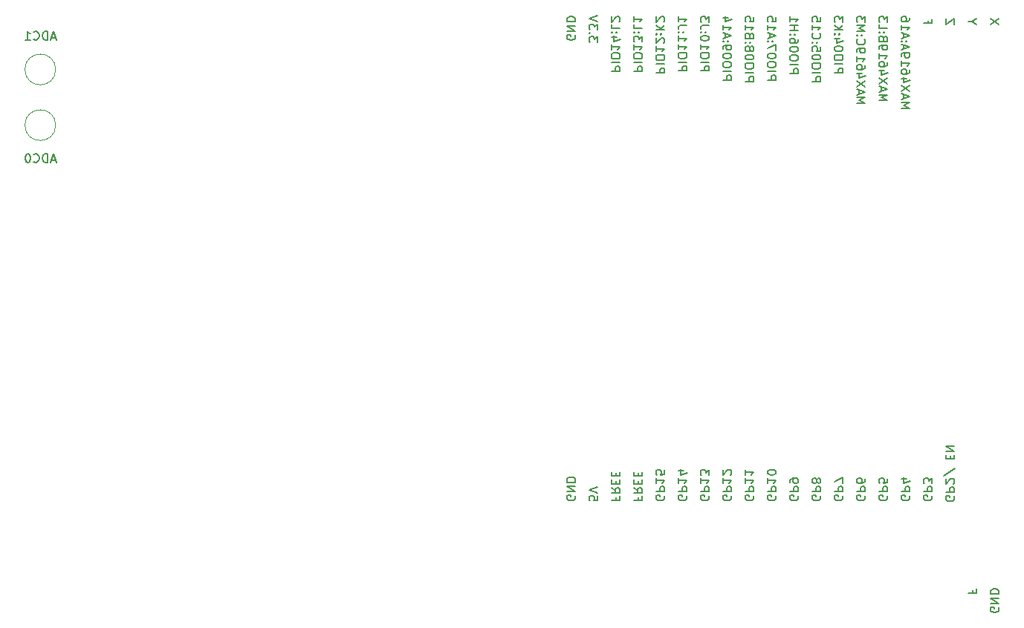
<source format=gbr>
%TF.GenerationSoftware,KiCad,Pcbnew,(6.0.5)*%
%TF.CreationDate,2022-07-21T21:10:46+10:00*%
%TF.ProjectId,glitcher,676c6974-6368-4657-922e-6b696361645f,rev?*%
%TF.SameCoordinates,Original*%
%TF.FileFunction,Legend,Bot*%
%TF.FilePolarity,Positive*%
%FSLAX46Y46*%
G04 Gerber Fmt 4.6, Leading zero omitted, Abs format (unit mm)*
G04 Created by KiCad (PCBNEW (6.0.5)) date 2022-07-21 21:10:46*
%MOMM*%
%LPD*%
G01*
G04 APERTURE LIST*
%ADD10C,0.150000*%
%ADD11C,0.120000*%
G04 APERTURE END LIST*
D10*
X193005714Y-108295713D02*
X193053333Y-108390951D01*
X193053333Y-108533808D01*
X193005714Y-108676666D01*
X192910475Y-108771904D01*
X192815237Y-108819523D01*
X192624761Y-108867142D01*
X192481904Y-108867142D01*
X192291428Y-108819523D01*
X192196190Y-108771904D01*
X192100952Y-108676666D01*
X192053333Y-108533808D01*
X192053333Y-108438570D01*
X192100952Y-108295713D01*
X192148571Y-108248094D01*
X192481904Y-108248094D01*
X192481904Y-108438570D01*
X192053333Y-107819523D02*
X193053333Y-107819523D01*
X193053333Y-107438570D01*
X193005714Y-107343332D01*
X192958094Y-107295713D01*
X192862856Y-107248094D01*
X192719999Y-107248094D01*
X192624761Y-107295713D01*
X192577142Y-107343332D01*
X192529523Y-107438570D01*
X192529523Y-107819523D01*
X193053333Y-106914761D02*
X193053333Y-106248094D01*
X192053333Y-106676666D01*
X172685714Y-108295713D02*
X172733333Y-108390951D01*
X172733333Y-108533808D01*
X172685714Y-108676665D01*
X172590475Y-108771903D01*
X172495237Y-108819522D01*
X172304761Y-108867141D01*
X172161904Y-108867141D01*
X171971428Y-108819522D01*
X171876190Y-108771903D01*
X171780952Y-108676665D01*
X171733333Y-108533808D01*
X171733333Y-108438570D01*
X171780952Y-108295713D01*
X171828571Y-108248094D01*
X172161904Y-108248094D01*
X172161904Y-108438570D01*
X171733333Y-107819522D02*
X172733333Y-107819522D01*
X172733333Y-107438570D01*
X172685714Y-107343332D01*
X172638094Y-107295713D01*
X172542856Y-107248094D01*
X172399999Y-107248094D01*
X172304761Y-107295713D01*
X172257142Y-107343332D01*
X172209523Y-107438570D01*
X172209523Y-107819522D01*
X171733333Y-106295713D02*
X171733333Y-106867141D01*
X171733333Y-106581427D02*
X172733333Y-106581427D01*
X172590475Y-106676665D01*
X172495237Y-106771903D01*
X172447618Y-106867141D01*
X172733333Y-105390951D02*
X172733333Y-105867141D01*
X172257142Y-105914760D01*
X172304761Y-105867141D01*
X172352380Y-105771903D01*
X172352380Y-105533808D01*
X172304761Y-105438570D01*
X172257142Y-105390951D01*
X172161904Y-105343332D01*
X171923809Y-105343332D01*
X171828571Y-105390951D01*
X171780952Y-105438570D01*
X171733333Y-105533808D01*
X171733333Y-105771903D01*
X171780952Y-105867141D01*
X171828571Y-105914760D01*
X181893333Y-61043332D02*
X182893333Y-61043332D01*
X182893333Y-60662380D01*
X182845714Y-60567142D01*
X182798094Y-60519523D01*
X182702856Y-60471904D01*
X182559999Y-60471904D01*
X182464761Y-60519523D01*
X182417142Y-60567142D01*
X182369523Y-60662380D01*
X182369523Y-61043332D01*
X181893333Y-60043332D02*
X182893333Y-60043332D01*
X182893333Y-59376666D02*
X182893333Y-59186189D01*
X182845714Y-59090951D01*
X182750475Y-58995713D01*
X182559999Y-58948094D01*
X182226666Y-58948094D01*
X182036190Y-58995713D01*
X181940952Y-59090951D01*
X181893333Y-59186189D01*
X181893333Y-59376666D01*
X181940952Y-59471904D01*
X182036190Y-59567142D01*
X182226666Y-59614761D01*
X182559999Y-59614761D01*
X182750475Y-59567142D01*
X182845714Y-59471904D01*
X182893333Y-59376666D01*
X182893333Y-58329046D02*
X182893333Y-58233808D01*
X182845714Y-58138570D01*
X182798094Y-58090951D01*
X182702856Y-58043332D01*
X182512380Y-57995713D01*
X182274285Y-57995713D01*
X182083809Y-58043332D01*
X181988571Y-58090951D01*
X181940952Y-58138570D01*
X181893333Y-58233808D01*
X181893333Y-58329046D01*
X181940952Y-58424285D01*
X181988571Y-58471904D01*
X182083809Y-58519523D01*
X182274285Y-58567142D01*
X182512380Y-58567142D01*
X182702856Y-58519523D01*
X182798094Y-58471904D01*
X182845714Y-58424285D01*
X182893333Y-58329046D01*
X182464761Y-57424285D02*
X182512380Y-57519523D01*
X182559999Y-57567142D01*
X182655237Y-57614761D01*
X182702856Y-57614761D01*
X182798094Y-57567142D01*
X182845714Y-57519523D01*
X182893333Y-57424285D01*
X182893333Y-57233808D01*
X182845714Y-57138570D01*
X182798094Y-57090951D01*
X182702856Y-57043332D01*
X182655237Y-57043332D01*
X182559999Y-57090951D01*
X182512380Y-57138570D01*
X182464761Y-57233808D01*
X182464761Y-57424285D01*
X182417142Y-57519523D01*
X182369523Y-57567142D01*
X182274285Y-57614761D01*
X182083809Y-57614761D01*
X181988571Y-57567142D01*
X181940952Y-57519523D01*
X181893333Y-57424285D01*
X181893333Y-57233808D01*
X181940952Y-57138570D01*
X181988571Y-57090951D01*
X182083809Y-57043332D01*
X182274285Y-57043332D01*
X182369523Y-57090951D01*
X182417142Y-57138570D01*
X182464761Y-57233808D01*
X181988571Y-56614761D02*
X181940952Y-56567142D01*
X181893333Y-56614761D01*
X181940952Y-56662380D01*
X181988571Y-56614761D01*
X181893333Y-56614761D01*
X182512380Y-56614761D02*
X182464761Y-56567142D01*
X182417142Y-56614761D01*
X182464761Y-56662380D01*
X182512380Y-56614761D01*
X182417142Y-56614761D01*
X182417142Y-55805237D02*
X182369523Y-55662380D01*
X182321904Y-55614761D01*
X182226666Y-55567142D01*
X182083809Y-55567142D01*
X181988571Y-55614761D01*
X181940952Y-55662380D01*
X181893333Y-55757618D01*
X181893333Y-56138570D01*
X182893333Y-56138570D01*
X182893333Y-55805237D01*
X182845714Y-55709999D01*
X182798094Y-55662380D01*
X182702856Y-55614761D01*
X182607618Y-55614761D01*
X182512380Y-55662380D01*
X182464761Y-55709999D01*
X182417142Y-55805237D01*
X182417142Y-56138570D01*
X181893333Y-54614761D02*
X181893333Y-55186189D01*
X181893333Y-54900475D02*
X182893333Y-54900475D01*
X182750475Y-54995713D01*
X182655237Y-55090951D01*
X182607618Y-55186189D01*
X182893333Y-53709999D02*
X182893333Y-54186189D01*
X182417142Y-54233808D01*
X182464761Y-54186189D01*
X182512380Y-54090951D01*
X182512380Y-53852856D01*
X182464761Y-53757618D01*
X182417142Y-53709999D01*
X182321904Y-53662380D01*
X182083809Y-53662380D01*
X181988571Y-53709999D01*
X181940952Y-53757618D01*
X181893333Y-53852856D01*
X181893333Y-54090951D01*
X181940952Y-54186189D01*
X181988571Y-54233808D01*
X103314285Y-56046666D02*
X102838095Y-56046666D01*
X103409523Y-56332380D02*
X103076190Y-55332380D01*
X102742857Y-56332380D01*
X102409523Y-56332380D02*
X102409523Y-55332380D01*
X102171428Y-55332380D01*
X102028571Y-55380000D01*
X101933333Y-55475238D01*
X101885714Y-55570476D01*
X101838095Y-55760952D01*
X101838095Y-55903809D01*
X101885714Y-56094285D01*
X101933333Y-56189523D01*
X102028571Y-56284761D01*
X102171428Y-56332380D01*
X102409523Y-56332380D01*
X100838095Y-56237142D02*
X100885714Y-56284761D01*
X101028571Y-56332380D01*
X101123809Y-56332380D01*
X101266666Y-56284761D01*
X101361904Y-56189523D01*
X101409523Y-56094285D01*
X101457142Y-55903809D01*
X101457142Y-55760952D01*
X101409523Y-55570476D01*
X101361904Y-55475238D01*
X101266666Y-55380000D01*
X101123809Y-55332380D01*
X101028571Y-55332380D01*
X100885714Y-55380000D01*
X100838095Y-55427619D01*
X99885714Y-56332380D02*
X100457142Y-56332380D01*
X100171428Y-56332380D02*
X100171428Y-55332380D01*
X100266666Y-55475238D01*
X100361904Y-55570476D01*
X100457142Y-55618095D01*
X202737142Y-54098570D02*
X202737142Y-54431904D01*
X202213333Y-54431904D02*
X203213333Y-54431904D01*
X203213333Y-53955713D01*
X186973333Y-60138570D02*
X187973333Y-60138570D01*
X187973333Y-59757618D01*
X187925714Y-59662380D01*
X187878094Y-59614761D01*
X187782856Y-59567142D01*
X187639999Y-59567142D01*
X187544761Y-59614761D01*
X187497142Y-59662380D01*
X187449523Y-59757618D01*
X187449523Y-60138570D01*
X186973333Y-59138570D02*
X187973333Y-59138570D01*
X187973333Y-58471904D02*
X187973333Y-58281427D01*
X187925714Y-58186189D01*
X187830475Y-58090951D01*
X187639999Y-58043332D01*
X187306666Y-58043332D01*
X187116190Y-58090951D01*
X187020952Y-58186189D01*
X186973333Y-58281427D01*
X186973333Y-58471904D01*
X187020952Y-58567142D01*
X187116190Y-58662380D01*
X187306666Y-58709999D01*
X187639999Y-58709999D01*
X187830475Y-58662380D01*
X187925714Y-58567142D01*
X187973333Y-58471904D01*
X187973333Y-57424285D02*
X187973333Y-57329046D01*
X187925714Y-57233808D01*
X187878094Y-57186189D01*
X187782856Y-57138570D01*
X187592380Y-57090951D01*
X187354285Y-57090951D01*
X187163809Y-57138570D01*
X187068571Y-57186189D01*
X187020952Y-57233808D01*
X186973333Y-57329046D01*
X186973333Y-57424285D01*
X187020952Y-57519523D01*
X187068571Y-57567142D01*
X187163809Y-57614761D01*
X187354285Y-57662380D01*
X187592380Y-57662380D01*
X187782856Y-57614761D01*
X187878094Y-57567142D01*
X187925714Y-57519523D01*
X187973333Y-57424285D01*
X187973333Y-56233808D02*
X187973333Y-56424285D01*
X187925714Y-56519523D01*
X187878094Y-56567142D01*
X187735237Y-56662380D01*
X187544761Y-56709999D01*
X187163809Y-56709999D01*
X187068571Y-56662380D01*
X187020952Y-56614761D01*
X186973333Y-56519523D01*
X186973333Y-56329046D01*
X187020952Y-56233808D01*
X187068571Y-56186189D01*
X187163809Y-56138570D01*
X187401904Y-56138570D01*
X187497142Y-56186189D01*
X187544761Y-56233808D01*
X187592380Y-56329046D01*
X187592380Y-56519523D01*
X187544761Y-56614761D01*
X187497142Y-56662380D01*
X187401904Y-56709999D01*
X187068571Y-55709999D02*
X187020952Y-55662380D01*
X186973333Y-55709999D01*
X187020952Y-55757618D01*
X187068571Y-55709999D01*
X186973333Y-55709999D01*
X187592380Y-55709999D02*
X187544761Y-55662380D01*
X187497142Y-55709999D01*
X187544761Y-55757618D01*
X187592380Y-55709999D01*
X187497142Y-55709999D01*
X186973333Y-55233808D02*
X187973333Y-55233808D01*
X187497142Y-55233808D02*
X187497142Y-54662380D01*
X186973333Y-54662380D02*
X187973333Y-54662380D01*
X186973333Y-53662380D02*
X186973333Y-54233808D01*
X186973333Y-53948094D02*
X187973333Y-53948094D01*
X187830475Y-54043332D01*
X187735237Y-54138570D01*
X187687618Y-54233808D01*
X166653333Y-59900476D02*
X167653333Y-59900476D01*
X167653333Y-59519523D01*
X167605714Y-59424285D01*
X167558094Y-59376666D01*
X167462856Y-59329047D01*
X167319999Y-59329047D01*
X167224761Y-59376666D01*
X167177142Y-59424285D01*
X167129523Y-59519523D01*
X167129523Y-59900476D01*
X166653333Y-58900476D02*
X167653333Y-58900476D01*
X167653333Y-58233809D02*
X167653333Y-58043333D01*
X167605714Y-57948095D01*
X167510475Y-57852857D01*
X167319999Y-57805238D01*
X166986666Y-57805238D01*
X166796190Y-57852857D01*
X166700952Y-57948095D01*
X166653333Y-58043333D01*
X166653333Y-58233809D01*
X166700952Y-58329047D01*
X166796190Y-58424285D01*
X166986666Y-58471904D01*
X167319999Y-58471904D01*
X167510475Y-58424285D01*
X167605714Y-58329047D01*
X167653333Y-58233809D01*
X166653333Y-56852857D02*
X166653333Y-57424285D01*
X166653333Y-57138571D02*
X167653333Y-57138571D01*
X167510475Y-57233809D01*
X167415237Y-57329047D01*
X167367618Y-57424285D01*
X167319999Y-55995714D02*
X166653333Y-55995714D01*
X167700952Y-56233809D02*
X166986666Y-56471904D01*
X166986666Y-55852857D01*
X166748571Y-55471904D02*
X166700952Y-55424285D01*
X166653333Y-55471904D01*
X166700952Y-55519523D01*
X166748571Y-55471904D01*
X166653333Y-55471904D01*
X167272380Y-55471904D02*
X167224761Y-55424285D01*
X167177142Y-55471904D01*
X167224761Y-55519523D01*
X167272380Y-55471904D01*
X167177142Y-55471904D01*
X166653333Y-54519523D02*
X166653333Y-54995714D01*
X167653333Y-54995714D01*
X167558094Y-54233809D02*
X167605714Y-54186190D01*
X167653333Y-54090952D01*
X167653333Y-53852857D01*
X167605714Y-53757618D01*
X167558094Y-53709999D01*
X167462856Y-53662380D01*
X167367618Y-53662380D01*
X167224761Y-53709999D01*
X166653333Y-54281428D01*
X166653333Y-53662380D01*
X205705721Y-108360595D02*
X205753340Y-108455833D01*
X205753340Y-108598690D01*
X205705721Y-108741547D01*
X205610482Y-108836785D01*
X205515244Y-108884404D01*
X205324768Y-108932023D01*
X205181911Y-108932023D01*
X204991435Y-108884404D01*
X204896197Y-108836785D01*
X204800959Y-108741547D01*
X204753340Y-108598690D01*
X204753340Y-108503452D01*
X204800959Y-108360595D01*
X204848578Y-108312976D01*
X205181911Y-108312976D01*
X205181911Y-108503452D01*
X204753340Y-107884404D02*
X205753340Y-107884404D01*
X205753340Y-107503452D01*
X205705721Y-107408214D01*
X205658101Y-107360595D01*
X205562863Y-107312976D01*
X205420006Y-107312976D01*
X205324768Y-107360595D01*
X205277149Y-107408214D01*
X205229530Y-107503452D01*
X205229530Y-107884404D01*
X205658101Y-106932023D02*
X205705721Y-106884404D01*
X205753340Y-106789166D01*
X205753340Y-106551071D01*
X205705721Y-106455833D01*
X205658101Y-106408214D01*
X205562863Y-106360595D01*
X205467625Y-106360595D01*
X205324768Y-106408214D01*
X204753340Y-106979642D01*
X204753340Y-106360595D01*
X205800959Y-105217738D02*
X204515244Y-106074880D01*
X205277149Y-104122500D02*
X205277149Y-103789166D01*
X204753340Y-103646309D02*
X204753340Y-104122500D01*
X205753340Y-104122500D01*
X205753340Y-103646309D01*
X204753340Y-103217738D02*
X205753340Y-103217738D01*
X204753340Y-102646309D01*
X205753340Y-102646309D01*
X198085714Y-108295713D02*
X198133333Y-108390951D01*
X198133333Y-108533808D01*
X198085714Y-108676666D01*
X197990475Y-108771904D01*
X197895237Y-108819523D01*
X197704761Y-108867142D01*
X197561904Y-108867142D01*
X197371428Y-108819523D01*
X197276190Y-108771904D01*
X197180952Y-108676666D01*
X197133333Y-108533808D01*
X197133333Y-108438570D01*
X197180952Y-108295713D01*
X197228571Y-108248094D01*
X197561904Y-108248094D01*
X197561904Y-108438570D01*
X197133333Y-107819523D02*
X198133333Y-107819523D01*
X198133333Y-107438570D01*
X198085714Y-107343332D01*
X198038094Y-107295713D01*
X197942856Y-107248094D01*
X197799999Y-107248094D01*
X197704761Y-107295713D01*
X197657142Y-107343332D01*
X197609523Y-107438570D01*
X197609523Y-107819523D01*
X198133333Y-106343332D02*
X198133333Y-106819523D01*
X197657142Y-106867142D01*
X197704761Y-106819523D01*
X197752380Y-106724285D01*
X197752380Y-106486189D01*
X197704761Y-106390951D01*
X197657142Y-106343332D01*
X197561904Y-106295713D01*
X197323809Y-106295713D01*
X197228571Y-106343332D01*
X197180952Y-106390951D01*
X197133333Y-106486189D01*
X197133333Y-106724285D01*
X197180952Y-106819523D01*
X197228571Y-106867142D01*
X190465714Y-108295713D02*
X190513333Y-108390951D01*
X190513333Y-108533808D01*
X190465714Y-108676666D01*
X190370475Y-108771904D01*
X190275237Y-108819523D01*
X190084761Y-108867142D01*
X189941904Y-108867142D01*
X189751428Y-108819523D01*
X189656190Y-108771904D01*
X189560952Y-108676666D01*
X189513333Y-108533808D01*
X189513333Y-108438570D01*
X189560952Y-108295713D01*
X189608571Y-108248094D01*
X189941904Y-108248094D01*
X189941904Y-108438570D01*
X189513333Y-107819523D02*
X190513333Y-107819523D01*
X190513333Y-107438570D01*
X190465714Y-107343332D01*
X190418094Y-107295713D01*
X190322856Y-107248094D01*
X190179999Y-107248094D01*
X190084761Y-107295713D01*
X190037142Y-107343332D01*
X189989523Y-107438570D01*
X189989523Y-107819523D01*
X190084761Y-106676666D02*
X190132380Y-106771904D01*
X190179999Y-106819523D01*
X190275237Y-106867142D01*
X190322856Y-106867142D01*
X190418094Y-106819523D01*
X190465714Y-106771904D01*
X190513333Y-106676666D01*
X190513333Y-106486189D01*
X190465714Y-106390951D01*
X190418094Y-106343332D01*
X190322856Y-106295713D01*
X190275237Y-106295713D01*
X190179999Y-106343332D01*
X190132380Y-106390951D01*
X190084761Y-106486189D01*
X190084761Y-106676666D01*
X190037142Y-106771904D01*
X189989523Y-106819523D01*
X189894285Y-106867142D01*
X189703809Y-106867142D01*
X189608571Y-106819523D01*
X189560952Y-106771904D01*
X189513333Y-106676666D01*
X189513333Y-106486189D01*
X189560952Y-106390951D01*
X189608571Y-106343332D01*
X189703809Y-106295713D01*
X189894285Y-106295713D01*
X189989523Y-106343332D01*
X190037142Y-106390951D01*
X190084761Y-106486189D01*
X179353333Y-60900476D02*
X180353333Y-60900476D01*
X180353333Y-60519523D01*
X180305714Y-60424285D01*
X180258094Y-60376666D01*
X180162856Y-60329047D01*
X180019999Y-60329047D01*
X179924761Y-60376666D01*
X179877142Y-60424285D01*
X179829523Y-60519523D01*
X179829523Y-60900476D01*
X179353333Y-59900476D02*
X180353333Y-59900476D01*
X180353333Y-59233809D02*
X180353333Y-59043333D01*
X180305714Y-58948095D01*
X180210475Y-58852857D01*
X180019999Y-58805238D01*
X179686666Y-58805238D01*
X179496190Y-58852857D01*
X179400952Y-58948095D01*
X179353333Y-59043333D01*
X179353333Y-59233809D01*
X179400952Y-59329047D01*
X179496190Y-59424285D01*
X179686666Y-59471904D01*
X180019999Y-59471904D01*
X180210475Y-59424285D01*
X180305714Y-59329047D01*
X180353333Y-59233809D01*
X180353333Y-58186190D02*
X180353333Y-58090952D01*
X180305714Y-57995714D01*
X180258094Y-57948095D01*
X180162856Y-57900476D01*
X179972380Y-57852857D01*
X179734285Y-57852857D01*
X179543809Y-57900476D01*
X179448571Y-57948095D01*
X179400952Y-57995714D01*
X179353333Y-58090952D01*
X179353333Y-58186190D01*
X179400952Y-58281428D01*
X179448571Y-58329047D01*
X179543809Y-58376666D01*
X179734285Y-58424285D01*
X179972380Y-58424285D01*
X180162856Y-58376666D01*
X180258094Y-58329047D01*
X180305714Y-58281428D01*
X180353333Y-58186190D01*
X179353333Y-57376666D02*
X179353333Y-57186190D01*
X179400952Y-57090952D01*
X179448571Y-57043333D01*
X179591428Y-56948095D01*
X179781904Y-56900476D01*
X180162856Y-56900476D01*
X180258094Y-56948095D01*
X180305714Y-56995714D01*
X180353333Y-57090952D01*
X180353333Y-57281428D01*
X180305714Y-57376666D01*
X180258094Y-57424285D01*
X180162856Y-57471904D01*
X179924761Y-57471904D01*
X179829523Y-57424285D01*
X179781904Y-57376666D01*
X179734285Y-57281428D01*
X179734285Y-57090952D01*
X179781904Y-56995714D01*
X179829523Y-56948095D01*
X179924761Y-56900476D01*
X179448571Y-56471904D02*
X179400952Y-56424285D01*
X179353333Y-56471904D01*
X179400952Y-56519523D01*
X179448571Y-56471904D01*
X179353333Y-56471904D01*
X179972380Y-56471904D02*
X179924761Y-56424285D01*
X179877142Y-56471904D01*
X179924761Y-56519523D01*
X179972380Y-56471904D01*
X179877142Y-56471904D01*
X179639047Y-56043333D02*
X179639047Y-55567142D01*
X179353333Y-56138571D02*
X180353333Y-55805238D01*
X179353333Y-55471904D01*
X179353333Y-54614761D02*
X179353333Y-55186190D01*
X179353333Y-54900476D02*
X180353333Y-54900476D01*
X180210475Y-54995714D01*
X180115237Y-55090952D01*
X180067618Y-55186190D01*
X180019999Y-53757618D02*
X179353333Y-53757618D01*
X180400952Y-53995714D02*
X179686666Y-54233809D01*
X179686666Y-53614761D01*
X167177142Y-108486189D02*
X167177142Y-108819523D01*
X166653333Y-108819523D02*
X167653333Y-108819523D01*
X167653333Y-108343332D01*
X166653333Y-107390951D02*
X167129523Y-107724285D01*
X166653333Y-107962380D02*
X167653333Y-107962380D01*
X167653333Y-107581427D01*
X167605714Y-107486189D01*
X167558094Y-107438570D01*
X167462856Y-107390951D01*
X167319999Y-107390951D01*
X167224761Y-107438570D01*
X167177142Y-107486189D01*
X167129523Y-107581427D01*
X167129523Y-107962380D01*
X167177142Y-106962380D02*
X167177142Y-106629046D01*
X166653333Y-106486189D02*
X166653333Y-106962380D01*
X167653333Y-106962380D01*
X167653333Y-106486189D01*
X167177142Y-106057618D02*
X167177142Y-105724285D01*
X166653333Y-105581427D02*
X166653333Y-106057618D01*
X167653333Y-106057618D01*
X167653333Y-105581427D01*
X197133333Y-63233808D02*
X198133333Y-63233808D01*
X197419047Y-62900475D01*
X198133333Y-62567142D01*
X197133333Y-62567142D01*
X197419047Y-62138570D02*
X197419047Y-61662380D01*
X197133333Y-62233808D02*
X198133333Y-61900475D01*
X197133333Y-61567142D01*
X198133333Y-61329046D02*
X197133333Y-60662380D01*
X198133333Y-60662380D02*
X197133333Y-61329046D01*
X197799999Y-59852856D02*
X197133333Y-59852856D01*
X198180952Y-60090951D02*
X197466666Y-60329046D01*
X197466666Y-59709999D01*
X198133333Y-58900475D02*
X198133333Y-59090951D01*
X198085714Y-59186189D01*
X198038094Y-59233808D01*
X197895237Y-59329046D01*
X197704761Y-59376665D01*
X197323809Y-59376665D01*
X197228571Y-59329046D01*
X197180952Y-59281427D01*
X197133333Y-59186189D01*
X197133333Y-58995713D01*
X197180952Y-58900475D01*
X197228571Y-58852856D01*
X197323809Y-58805237D01*
X197561904Y-58805237D01*
X197657142Y-58852856D01*
X197704761Y-58900475D01*
X197752380Y-58995713D01*
X197752380Y-59186189D01*
X197704761Y-59281427D01*
X197657142Y-59329046D01*
X197561904Y-59376665D01*
X197133333Y-57852856D02*
X197133333Y-58424284D01*
X197133333Y-58138570D02*
X198133333Y-58138570D01*
X197990475Y-58233808D01*
X197895237Y-58329046D01*
X197847618Y-58424284D01*
X197133333Y-57376665D02*
X197133333Y-57186189D01*
X197180952Y-57090951D01*
X197228571Y-57043332D01*
X197371428Y-56948094D01*
X197561904Y-56900475D01*
X197942856Y-56900475D01*
X198038094Y-56948094D01*
X198085714Y-56995713D01*
X198133333Y-57090951D01*
X198133333Y-57281427D01*
X198085714Y-57376665D01*
X198038094Y-57424284D01*
X197942856Y-57471904D01*
X197704761Y-57471904D01*
X197609523Y-57424284D01*
X197561904Y-57376665D01*
X197514285Y-57281427D01*
X197514285Y-57090951D01*
X197561904Y-56995713D01*
X197609523Y-56948094D01*
X197704761Y-56900475D01*
X197657142Y-56138570D02*
X197609523Y-55995713D01*
X197561904Y-55948094D01*
X197466666Y-55900475D01*
X197323809Y-55900475D01*
X197228571Y-55948094D01*
X197180952Y-55995713D01*
X197133333Y-56090951D01*
X197133333Y-56471904D01*
X198133333Y-56471904D01*
X198133333Y-56138570D01*
X198085714Y-56043332D01*
X198038094Y-55995713D01*
X197942856Y-55948094D01*
X197847618Y-55948094D01*
X197752380Y-55995713D01*
X197704761Y-56043332D01*
X197657142Y-56138570D01*
X197657142Y-56471904D01*
X197228571Y-55471904D02*
X197180952Y-55424284D01*
X197133333Y-55471904D01*
X197180952Y-55519523D01*
X197228571Y-55471904D01*
X197133333Y-55471904D01*
X197752380Y-55471904D02*
X197704761Y-55424284D01*
X197657142Y-55471904D01*
X197704761Y-55519523D01*
X197752380Y-55471904D01*
X197657142Y-55471904D01*
X197133333Y-54519523D02*
X197133333Y-54995713D01*
X198133333Y-54995713D01*
X198133333Y-54281427D02*
X198133333Y-53662380D01*
X197752380Y-53995713D01*
X197752380Y-53852856D01*
X197704761Y-53757618D01*
X197657142Y-53709999D01*
X197561904Y-53662380D01*
X197323809Y-53662380D01*
X197228571Y-53709999D01*
X197180952Y-53757618D01*
X197133333Y-53852856D01*
X197133333Y-54138570D01*
X197180952Y-54233808D01*
X197228571Y-54281427D01*
X165113333Y-108343332D02*
X165113333Y-108819522D01*
X164637142Y-108867141D01*
X164684761Y-108819522D01*
X164732380Y-108724284D01*
X164732380Y-108486189D01*
X164684761Y-108390951D01*
X164637142Y-108343332D01*
X164541904Y-108295713D01*
X164303809Y-108295713D01*
X164208571Y-108343332D01*
X164160952Y-108390951D01*
X164113333Y-108486189D01*
X164113333Y-108724284D01*
X164160952Y-108819522D01*
X164208571Y-108867141D01*
X165113333Y-108009998D02*
X164113333Y-107676665D01*
X165113333Y-107343332D01*
X189513333Y-61043332D02*
X190513333Y-61043332D01*
X190513333Y-60662380D01*
X190465714Y-60567142D01*
X190418094Y-60519523D01*
X190322856Y-60471904D01*
X190179999Y-60471904D01*
X190084761Y-60519523D01*
X190037142Y-60567142D01*
X189989523Y-60662380D01*
X189989523Y-61043332D01*
X189513333Y-60043332D02*
X190513333Y-60043332D01*
X190513333Y-59376666D02*
X190513333Y-59186189D01*
X190465714Y-59090951D01*
X190370475Y-58995713D01*
X190179999Y-58948094D01*
X189846666Y-58948094D01*
X189656190Y-58995713D01*
X189560952Y-59090951D01*
X189513333Y-59186189D01*
X189513333Y-59376666D01*
X189560952Y-59471904D01*
X189656190Y-59567142D01*
X189846666Y-59614761D01*
X190179999Y-59614761D01*
X190370475Y-59567142D01*
X190465714Y-59471904D01*
X190513333Y-59376666D01*
X190513333Y-58329046D02*
X190513333Y-58233808D01*
X190465714Y-58138570D01*
X190418094Y-58090951D01*
X190322856Y-58043332D01*
X190132380Y-57995713D01*
X189894285Y-57995713D01*
X189703809Y-58043332D01*
X189608571Y-58090951D01*
X189560952Y-58138570D01*
X189513333Y-58233808D01*
X189513333Y-58329046D01*
X189560952Y-58424285D01*
X189608571Y-58471904D01*
X189703809Y-58519523D01*
X189894285Y-58567142D01*
X190132380Y-58567142D01*
X190322856Y-58519523D01*
X190418094Y-58471904D01*
X190465714Y-58424285D01*
X190513333Y-58329046D01*
X190513333Y-57090951D02*
X190513333Y-57567142D01*
X190037142Y-57614761D01*
X190084761Y-57567142D01*
X190132380Y-57471904D01*
X190132380Y-57233808D01*
X190084761Y-57138570D01*
X190037142Y-57090951D01*
X189941904Y-57043332D01*
X189703809Y-57043332D01*
X189608571Y-57090951D01*
X189560952Y-57138570D01*
X189513333Y-57233808D01*
X189513333Y-57471904D01*
X189560952Y-57567142D01*
X189608571Y-57614761D01*
X189608571Y-56614761D02*
X189560952Y-56567142D01*
X189513333Y-56614761D01*
X189560952Y-56662380D01*
X189608571Y-56614761D01*
X189513333Y-56614761D01*
X190132380Y-56614761D02*
X190084761Y-56567142D01*
X190037142Y-56614761D01*
X190084761Y-56662380D01*
X190132380Y-56614761D01*
X190037142Y-56614761D01*
X189608571Y-55567142D02*
X189560952Y-55614761D01*
X189513333Y-55757618D01*
X189513333Y-55852856D01*
X189560952Y-55995713D01*
X189656190Y-56090951D01*
X189751428Y-56138570D01*
X189941904Y-56186189D01*
X190084761Y-56186189D01*
X190275237Y-56138570D01*
X190370475Y-56090951D01*
X190465714Y-55995713D01*
X190513333Y-55852856D01*
X190513333Y-55757618D01*
X190465714Y-55614761D01*
X190418094Y-55567142D01*
X189513333Y-54614761D02*
X189513333Y-55186189D01*
X189513333Y-54900475D02*
X190513333Y-54900475D01*
X190370475Y-54995713D01*
X190275237Y-55090951D01*
X190227618Y-55186189D01*
X190513333Y-53709999D02*
X190513333Y-54186189D01*
X190037142Y-54233808D01*
X190084761Y-54186189D01*
X190132380Y-54090951D01*
X190132380Y-53852856D01*
X190084761Y-53757618D01*
X190037142Y-53709999D01*
X189941904Y-53662380D01*
X189703809Y-53662380D01*
X189608571Y-53709999D01*
X189560952Y-53757618D01*
X189513333Y-53852856D01*
X189513333Y-54090951D01*
X189560952Y-54186189D01*
X189608571Y-54233808D01*
X210833333Y-54574761D02*
X209833333Y-53908094D01*
X210833333Y-53908094D02*
X209833333Y-54574761D01*
X195545714Y-108295713D02*
X195593333Y-108390951D01*
X195593333Y-108533808D01*
X195545714Y-108676666D01*
X195450475Y-108771904D01*
X195355237Y-108819523D01*
X195164761Y-108867142D01*
X195021904Y-108867142D01*
X194831428Y-108819523D01*
X194736190Y-108771904D01*
X194640952Y-108676666D01*
X194593333Y-108533808D01*
X194593333Y-108438570D01*
X194640952Y-108295713D01*
X194688571Y-108248094D01*
X195021904Y-108248094D01*
X195021904Y-108438570D01*
X194593333Y-107819523D02*
X195593333Y-107819523D01*
X195593333Y-107438570D01*
X195545714Y-107343332D01*
X195498094Y-107295713D01*
X195402856Y-107248094D01*
X195259999Y-107248094D01*
X195164761Y-107295713D01*
X195117142Y-107343332D01*
X195069523Y-107438570D01*
X195069523Y-107819523D01*
X195593333Y-106390951D02*
X195593333Y-106581428D01*
X195545714Y-106676666D01*
X195498094Y-106724285D01*
X195355237Y-106819523D01*
X195164761Y-106867142D01*
X194783809Y-106867142D01*
X194688571Y-106819523D01*
X194640952Y-106771904D01*
X194593333Y-106676666D01*
X194593333Y-106486189D01*
X194640952Y-106390951D01*
X194688571Y-106343332D01*
X194783809Y-106295713D01*
X195021904Y-106295713D01*
X195117142Y-106343332D01*
X195164761Y-106390951D01*
X195212380Y-106486189D01*
X195212380Y-106676666D01*
X195164761Y-106771904D01*
X195117142Y-106819523D01*
X195021904Y-106867142D01*
X192053333Y-60090952D02*
X193053333Y-60090952D01*
X193053333Y-59709999D01*
X193005714Y-59614761D01*
X192958094Y-59567142D01*
X192862856Y-59519523D01*
X192719999Y-59519523D01*
X192624761Y-59567142D01*
X192577142Y-59614761D01*
X192529523Y-59709999D01*
X192529523Y-60090952D01*
X192053333Y-59090952D02*
X193053333Y-59090952D01*
X193053333Y-58424285D02*
X193053333Y-58233809D01*
X193005714Y-58138571D01*
X192910475Y-58043333D01*
X192719999Y-57995714D01*
X192386666Y-57995714D01*
X192196190Y-58043333D01*
X192100952Y-58138571D01*
X192053333Y-58233809D01*
X192053333Y-58424285D01*
X192100952Y-58519523D01*
X192196190Y-58614761D01*
X192386666Y-58662380D01*
X192719999Y-58662380D01*
X192910475Y-58614761D01*
X193005714Y-58519523D01*
X193053333Y-58424285D01*
X193053333Y-57376666D02*
X193053333Y-57281428D01*
X193005714Y-57186190D01*
X192958094Y-57138571D01*
X192862856Y-57090952D01*
X192672380Y-57043333D01*
X192434285Y-57043333D01*
X192243809Y-57090952D01*
X192148571Y-57138571D01*
X192100952Y-57186190D01*
X192053333Y-57281428D01*
X192053333Y-57376666D01*
X192100952Y-57471904D01*
X192148571Y-57519523D01*
X192243809Y-57567142D01*
X192434285Y-57614761D01*
X192672380Y-57614761D01*
X192862856Y-57567142D01*
X192958094Y-57519523D01*
X193005714Y-57471904D01*
X193053333Y-57376666D01*
X192719999Y-56186190D02*
X192053333Y-56186190D01*
X193100952Y-56424285D02*
X192386666Y-56662380D01*
X192386666Y-56043333D01*
X192148571Y-55662380D02*
X192100952Y-55614761D01*
X192053333Y-55662380D01*
X192100952Y-55709999D01*
X192148571Y-55662380D01*
X192053333Y-55662380D01*
X192672380Y-55662380D02*
X192624761Y-55614761D01*
X192577142Y-55662380D01*
X192624761Y-55709999D01*
X192672380Y-55662380D01*
X192577142Y-55662380D01*
X192053333Y-55186190D02*
X193053333Y-55186190D01*
X192053333Y-54614761D02*
X192624761Y-55043333D01*
X193053333Y-54614761D02*
X192481904Y-55186190D01*
X193053333Y-54281428D02*
X193053333Y-53662380D01*
X192672380Y-53995714D01*
X192672380Y-53852856D01*
X192624761Y-53757618D01*
X192577142Y-53709999D01*
X192481904Y-53662380D01*
X192243809Y-53662380D01*
X192148571Y-53709999D01*
X192100952Y-53757618D01*
X192053333Y-53852856D01*
X192053333Y-54138571D01*
X192100952Y-54233809D01*
X192148571Y-54281428D01*
X205753333Y-54574761D02*
X205753333Y-53908094D01*
X204753333Y-54574761D01*
X204753333Y-53908094D01*
X185385714Y-108295713D02*
X185433333Y-108390951D01*
X185433333Y-108533808D01*
X185385714Y-108676665D01*
X185290475Y-108771903D01*
X185195237Y-108819522D01*
X185004761Y-108867141D01*
X184861904Y-108867141D01*
X184671428Y-108819522D01*
X184576190Y-108771903D01*
X184480952Y-108676665D01*
X184433333Y-108533808D01*
X184433333Y-108438570D01*
X184480952Y-108295713D01*
X184528571Y-108248094D01*
X184861904Y-108248094D01*
X184861904Y-108438570D01*
X184433333Y-107819522D02*
X185433333Y-107819522D01*
X185433333Y-107438570D01*
X185385714Y-107343332D01*
X185338094Y-107295713D01*
X185242856Y-107248094D01*
X185099999Y-107248094D01*
X185004761Y-107295713D01*
X184957142Y-107343332D01*
X184909523Y-107438570D01*
X184909523Y-107819522D01*
X184433333Y-106295713D02*
X184433333Y-106867141D01*
X184433333Y-106581427D02*
X185433333Y-106581427D01*
X185290475Y-106676665D01*
X185195237Y-106771903D01*
X185147618Y-106867141D01*
X185433333Y-105676665D02*
X185433333Y-105581427D01*
X185385714Y-105486189D01*
X185338094Y-105438570D01*
X185242856Y-105390951D01*
X185052380Y-105343332D01*
X184814285Y-105343332D01*
X184623809Y-105390951D01*
X184528571Y-105438570D01*
X184480952Y-105486189D01*
X184433333Y-105581427D01*
X184433333Y-105676665D01*
X184480952Y-105771903D01*
X184528571Y-105819522D01*
X184623809Y-105867141D01*
X184814285Y-105914760D01*
X185052380Y-105914760D01*
X185242856Y-105867141D01*
X185338094Y-105819522D01*
X185385714Y-105771903D01*
X185433333Y-105676665D01*
X175225714Y-108295713D02*
X175273333Y-108390951D01*
X175273333Y-108533808D01*
X175225714Y-108676665D01*
X175130475Y-108771903D01*
X175035237Y-108819522D01*
X174844761Y-108867141D01*
X174701904Y-108867141D01*
X174511428Y-108819522D01*
X174416190Y-108771903D01*
X174320952Y-108676665D01*
X174273333Y-108533808D01*
X174273333Y-108438570D01*
X174320952Y-108295713D01*
X174368571Y-108248094D01*
X174701904Y-108248094D01*
X174701904Y-108438570D01*
X174273333Y-107819522D02*
X175273333Y-107819522D01*
X175273333Y-107438570D01*
X175225714Y-107343332D01*
X175178094Y-107295713D01*
X175082856Y-107248094D01*
X174939999Y-107248094D01*
X174844761Y-107295713D01*
X174797142Y-107343332D01*
X174749523Y-107438570D01*
X174749523Y-107819522D01*
X174273333Y-106295713D02*
X174273333Y-106867141D01*
X174273333Y-106581427D02*
X175273333Y-106581427D01*
X175130475Y-106676665D01*
X175035237Y-106771903D01*
X174987618Y-106867141D01*
X174939999Y-105438570D02*
X174273333Y-105438570D01*
X175320952Y-105676665D02*
X174606666Y-105914760D01*
X174606666Y-105295713D01*
X169717142Y-108486189D02*
X169717142Y-108819523D01*
X169193333Y-108819523D02*
X170193333Y-108819523D01*
X170193333Y-108343332D01*
X169193333Y-107390951D02*
X169669523Y-107724285D01*
X169193333Y-107962380D02*
X170193333Y-107962380D01*
X170193333Y-107581427D01*
X170145714Y-107486189D01*
X170098094Y-107438570D01*
X170002856Y-107390951D01*
X169859999Y-107390951D01*
X169764761Y-107438570D01*
X169717142Y-107486189D01*
X169669523Y-107581427D01*
X169669523Y-107962380D01*
X169717142Y-106962380D02*
X169717142Y-106629046D01*
X169193333Y-106486189D02*
X169193333Y-106962380D01*
X170193333Y-106962380D01*
X170193333Y-106486189D01*
X169717142Y-106057618D02*
X169717142Y-105724285D01*
X169193333Y-105581427D02*
X169193333Y-106057618D01*
X170193333Y-106057618D01*
X170193333Y-105581427D01*
X162525714Y-108295713D02*
X162573333Y-108390951D01*
X162573333Y-108533809D01*
X162525714Y-108676666D01*
X162430475Y-108771904D01*
X162335237Y-108819523D01*
X162144761Y-108867142D01*
X162001904Y-108867142D01*
X161811428Y-108819523D01*
X161716190Y-108771904D01*
X161620952Y-108676666D01*
X161573333Y-108533809D01*
X161573333Y-108438570D01*
X161620952Y-108295713D01*
X161668571Y-108248094D01*
X162001904Y-108248094D01*
X162001904Y-108438570D01*
X161573333Y-107819523D02*
X162573333Y-107819523D01*
X161573333Y-107248094D01*
X162573333Y-107248094D01*
X161573333Y-106771904D02*
X162573333Y-106771904D01*
X162573333Y-106533809D01*
X162525714Y-106390951D01*
X162430475Y-106295713D01*
X162335237Y-106248094D01*
X162144761Y-106200475D01*
X162001904Y-106200475D01*
X161811428Y-106248094D01*
X161716190Y-106295713D01*
X161620952Y-106390951D01*
X161573333Y-106533809D01*
X161573333Y-106771904D01*
X207817142Y-119043332D02*
X207817142Y-119376666D01*
X207293333Y-119376666D02*
X208293333Y-119376666D01*
X208293333Y-118900475D01*
X180305714Y-108295713D02*
X180353333Y-108390951D01*
X180353333Y-108533808D01*
X180305714Y-108676665D01*
X180210475Y-108771903D01*
X180115237Y-108819522D01*
X179924761Y-108867141D01*
X179781904Y-108867141D01*
X179591428Y-108819522D01*
X179496190Y-108771903D01*
X179400952Y-108676665D01*
X179353333Y-108533808D01*
X179353333Y-108438570D01*
X179400952Y-108295713D01*
X179448571Y-108248094D01*
X179781904Y-108248094D01*
X179781904Y-108438570D01*
X179353333Y-107819522D02*
X180353333Y-107819522D01*
X180353333Y-107438570D01*
X180305714Y-107343332D01*
X180258094Y-107295713D01*
X180162856Y-107248094D01*
X180019999Y-107248094D01*
X179924761Y-107295713D01*
X179877142Y-107343332D01*
X179829523Y-107438570D01*
X179829523Y-107819522D01*
X179353333Y-106295713D02*
X179353333Y-106867141D01*
X179353333Y-106581427D02*
X180353333Y-106581427D01*
X180210475Y-106676665D01*
X180115237Y-106771903D01*
X180067618Y-106867141D01*
X180258094Y-105914760D02*
X180305714Y-105867141D01*
X180353333Y-105771903D01*
X180353333Y-105533808D01*
X180305714Y-105438570D01*
X180258094Y-105390951D01*
X180162856Y-105343332D01*
X180067618Y-105343332D01*
X179924761Y-105390951D01*
X179353333Y-105962379D01*
X179353333Y-105343332D01*
X177765714Y-108295713D02*
X177813333Y-108390951D01*
X177813333Y-108533808D01*
X177765714Y-108676665D01*
X177670475Y-108771903D01*
X177575237Y-108819522D01*
X177384761Y-108867141D01*
X177241904Y-108867141D01*
X177051428Y-108819522D01*
X176956190Y-108771903D01*
X176860952Y-108676665D01*
X176813333Y-108533808D01*
X176813333Y-108438570D01*
X176860952Y-108295713D01*
X176908571Y-108248094D01*
X177241904Y-108248094D01*
X177241904Y-108438570D01*
X176813333Y-107819522D02*
X177813333Y-107819522D01*
X177813333Y-107438570D01*
X177765714Y-107343332D01*
X177718094Y-107295713D01*
X177622856Y-107248094D01*
X177479999Y-107248094D01*
X177384761Y-107295713D01*
X177337142Y-107343332D01*
X177289523Y-107438570D01*
X177289523Y-107819522D01*
X176813333Y-106295713D02*
X176813333Y-106867141D01*
X176813333Y-106581427D02*
X177813333Y-106581427D01*
X177670475Y-106676665D01*
X177575237Y-106771903D01*
X177527618Y-106867141D01*
X177813333Y-105962379D02*
X177813333Y-105343332D01*
X177432380Y-105676665D01*
X177432380Y-105533808D01*
X177384761Y-105438570D01*
X177337142Y-105390951D01*
X177241904Y-105343332D01*
X177003809Y-105343332D01*
X176908571Y-105390951D01*
X176860952Y-105438570D01*
X176813333Y-105533808D01*
X176813333Y-105819522D01*
X176860952Y-105914760D01*
X176908571Y-105962379D01*
X203165714Y-108295713D02*
X203213333Y-108390951D01*
X203213333Y-108533808D01*
X203165714Y-108676666D01*
X203070475Y-108771904D01*
X202975237Y-108819523D01*
X202784761Y-108867142D01*
X202641904Y-108867142D01*
X202451428Y-108819523D01*
X202356190Y-108771904D01*
X202260952Y-108676666D01*
X202213333Y-108533808D01*
X202213333Y-108438570D01*
X202260952Y-108295713D01*
X202308571Y-108248094D01*
X202641904Y-108248094D01*
X202641904Y-108438570D01*
X202213333Y-107819523D02*
X203213333Y-107819523D01*
X203213333Y-107438570D01*
X203165714Y-107343332D01*
X203118094Y-107295713D01*
X203022856Y-107248094D01*
X202879999Y-107248094D01*
X202784761Y-107295713D01*
X202737142Y-107343332D01*
X202689523Y-107438570D01*
X202689523Y-107819523D01*
X203213333Y-106914761D02*
X203213333Y-106295713D01*
X202832380Y-106629047D01*
X202832380Y-106486189D01*
X202784761Y-106390951D01*
X202737142Y-106343332D01*
X202641904Y-106295713D01*
X202403809Y-106295713D01*
X202308571Y-106343332D01*
X202260952Y-106390951D01*
X202213333Y-106486189D01*
X202213333Y-106771904D01*
X202260952Y-106867142D01*
X202308571Y-106914761D01*
X174273333Y-59852856D02*
X175273333Y-59852856D01*
X175273333Y-59471904D01*
X175225714Y-59376666D01*
X175178094Y-59329047D01*
X175082856Y-59281428D01*
X174939999Y-59281428D01*
X174844761Y-59329047D01*
X174797142Y-59376666D01*
X174749523Y-59471904D01*
X174749523Y-59852856D01*
X174273333Y-58852856D02*
X175273333Y-58852856D01*
X175273333Y-58186189D02*
X175273333Y-57995713D01*
X175225714Y-57900475D01*
X175130475Y-57805237D01*
X174939999Y-57757618D01*
X174606666Y-57757618D01*
X174416190Y-57805237D01*
X174320952Y-57900475D01*
X174273333Y-57995713D01*
X174273333Y-58186189D01*
X174320952Y-58281428D01*
X174416190Y-58376666D01*
X174606666Y-58424285D01*
X174939999Y-58424285D01*
X175130475Y-58376666D01*
X175225714Y-58281428D01*
X175273333Y-58186189D01*
X174273333Y-56805237D02*
X174273333Y-57376666D01*
X174273333Y-57090951D02*
X175273333Y-57090951D01*
X175130475Y-57186189D01*
X175035237Y-57281428D01*
X174987618Y-57376666D01*
X174273333Y-55852856D02*
X174273333Y-56424285D01*
X174273333Y-56138570D02*
X175273333Y-56138570D01*
X175130475Y-56233808D01*
X175035237Y-56329047D01*
X174987618Y-56424285D01*
X174368571Y-55424285D02*
X174320952Y-55376666D01*
X174273333Y-55424285D01*
X174320952Y-55471904D01*
X174368571Y-55424285D01*
X174273333Y-55424285D01*
X174892380Y-55424285D02*
X174844761Y-55376666D01*
X174797142Y-55424285D01*
X174844761Y-55471904D01*
X174892380Y-55424285D01*
X174797142Y-55424285D01*
X175273333Y-54662380D02*
X174559047Y-54662380D01*
X174416190Y-54709999D01*
X174320952Y-54805237D01*
X174273333Y-54948094D01*
X174273333Y-55043332D01*
X174273333Y-53662380D02*
X174273333Y-54233808D01*
X174273333Y-53948094D02*
X175273333Y-53948094D01*
X175130475Y-54043332D01*
X175035237Y-54138570D01*
X174987618Y-54233808D01*
X182845714Y-108295713D02*
X182893333Y-108390951D01*
X182893333Y-108533808D01*
X182845714Y-108676665D01*
X182750475Y-108771903D01*
X182655237Y-108819522D01*
X182464761Y-108867141D01*
X182321904Y-108867141D01*
X182131428Y-108819522D01*
X182036190Y-108771903D01*
X181940952Y-108676665D01*
X181893333Y-108533808D01*
X181893333Y-108438570D01*
X181940952Y-108295713D01*
X181988571Y-108248094D01*
X182321904Y-108248094D01*
X182321904Y-108438570D01*
X181893333Y-107819522D02*
X182893333Y-107819522D01*
X182893333Y-107438570D01*
X182845714Y-107343332D01*
X182798094Y-107295713D01*
X182702856Y-107248094D01*
X182559999Y-107248094D01*
X182464761Y-107295713D01*
X182417142Y-107343332D01*
X182369523Y-107438570D01*
X182369523Y-107819522D01*
X181893333Y-106295713D02*
X181893333Y-106867141D01*
X181893333Y-106581427D02*
X182893333Y-106581427D01*
X182750475Y-106676665D01*
X182655237Y-106771903D01*
X182607618Y-106867141D01*
X181893333Y-105343332D02*
X181893333Y-105914760D01*
X181893333Y-105629046D02*
X182893333Y-105629046D01*
X182750475Y-105724284D01*
X182655237Y-105819522D01*
X182607618Y-105914760D01*
X207769523Y-54241428D02*
X207293333Y-54241428D01*
X208293333Y-54574761D02*
X207769523Y-54241428D01*
X208293333Y-53908094D01*
X162525714Y-55757618D02*
X162573333Y-55852856D01*
X162573333Y-55995714D01*
X162525714Y-56138571D01*
X162430475Y-56233809D01*
X162335237Y-56281428D01*
X162144761Y-56329047D01*
X162001904Y-56329047D01*
X161811428Y-56281428D01*
X161716190Y-56233809D01*
X161620952Y-56138571D01*
X161573333Y-55995714D01*
X161573333Y-55900475D01*
X161620952Y-55757618D01*
X161668571Y-55709999D01*
X162001904Y-55709999D01*
X162001904Y-55900475D01*
X161573333Y-55281428D02*
X162573333Y-55281428D01*
X161573333Y-54709999D01*
X162573333Y-54709999D01*
X161573333Y-54233809D02*
X162573333Y-54233809D01*
X162573333Y-53995714D01*
X162525714Y-53852856D01*
X162430475Y-53757618D01*
X162335237Y-53709999D01*
X162144761Y-53662380D01*
X162001904Y-53662380D01*
X161811428Y-53709999D01*
X161716190Y-53757618D01*
X161620952Y-53852856D01*
X161573333Y-53995714D01*
X161573333Y-54233809D01*
X200625714Y-108295713D02*
X200673333Y-108390951D01*
X200673333Y-108533808D01*
X200625714Y-108676666D01*
X200530475Y-108771904D01*
X200435237Y-108819523D01*
X200244761Y-108867142D01*
X200101904Y-108867142D01*
X199911428Y-108819523D01*
X199816190Y-108771904D01*
X199720952Y-108676666D01*
X199673333Y-108533808D01*
X199673333Y-108438570D01*
X199720952Y-108295713D01*
X199768571Y-108248094D01*
X200101904Y-108248094D01*
X200101904Y-108438570D01*
X199673333Y-107819523D02*
X200673333Y-107819523D01*
X200673333Y-107438570D01*
X200625714Y-107343332D01*
X200578094Y-107295713D01*
X200482856Y-107248094D01*
X200339999Y-107248094D01*
X200244761Y-107295713D01*
X200197142Y-107343332D01*
X200149523Y-107438570D01*
X200149523Y-107819523D01*
X200339999Y-106390951D02*
X199673333Y-106390951D01*
X200720952Y-106629047D02*
X200006666Y-106867142D01*
X200006666Y-106248094D01*
X199673333Y-64090952D02*
X200673333Y-64090952D01*
X199959047Y-63757618D01*
X200673333Y-63424285D01*
X199673333Y-63424285D01*
X199959047Y-62995714D02*
X199959047Y-62519523D01*
X199673333Y-63090952D02*
X200673333Y-62757618D01*
X199673333Y-62424285D01*
X200673333Y-62186190D02*
X199673333Y-61519523D01*
X200673333Y-61519523D02*
X199673333Y-62186190D01*
X200339999Y-60709999D02*
X199673333Y-60709999D01*
X200720952Y-60948095D02*
X200006666Y-61186190D01*
X200006666Y-60567142D01*
X200673333Y-59757618D02*
X200673333Y-59948095D01*
X200625714Y-60043333D01*
X200578094Y-60090952D01*
X200435237Y-60186190D01*
X200244761Y-60233809D01*
X199863809Y-60233809D01*
X199768571Y-60186190D01*
X199720952Y-60138571D01*
X199673333Y-60043333D01*
X199673333Y-59852856D01*
X199720952Y-59757618D01*
X199768571Y-59709999D01*
X199863809Y-59662380D01*
X200101904Y-59662380D01*
X200197142Y-59709999D01*
X200244761Y-59757618D01*
X200292380Y-59852856D01*
X200292380Y-60043333D01*
X200244761Y-60138571D01*
X200197142Y-60186190D01*
X200101904Y-60233809D01*
X199673333Y-58709999D02*
X199673333Y-59281428D01*
X199673333Y-58995714D02*
X200673333Y-58995714D01*
X200530475Y-59090952D01*
X200435237Y-59186190D01*
X200387618Y-59281428D01*
X199673333Y-58233809D02*
X199673333Y-58043333D01*
X199720952Y-57948095D01*
X199768571Y-57900476D01*
X199911428Y-57805237D01*
X200101904Y-57757618D01*
X200482856Y-57757618D01*
X200578094Y-57805237D01*
X200625714Y-57852856D01*
X200673333Y-57948095D01*
X200673333Y-58138571D01*
X200625714Y-58233809D01*
X200578094Y-58281428D01*
X200482856Y-58329047D01*
X200244761Y-58329047D01*
X200149523Y-58281428D01*
X200101904Y-58233809D01*
X200054285Y-58138571D01*
X200054285Y-57948095D01*
X200101904Y-57852856D01*
X200149523Y-57805237D01*
X200244761Y-57757618D01*
X199959047Y-57376666D02*
X199959047Y-56900476D01*
X199673333Y-57471904D02*
X200673333Y-57138571D01*
X199673333Y-56805237D01*
X199768571Y-56471904D02*
X199720952Y-56424285D01*
X199673333Y-56471904D01*
X199720952Y-56519523D01*
X199768571Y-56471904D01*
X199673333Y-56471904D01*
X200292380Y-56471904D02*
X200244761Y-56424285D01*
X200197142Y-56471904D01*
X200244761Y-56519523D01*
X200292380Y-56471904D01*
X200197142Y-56471904D01*
X199959047Y-56043333D02*
X199959047Y-55567142D01*
X199673333Y-56138571D02*
X200673333Y-55805237D01*
X199673333Y-55471904D01*
X199673333Y-54614761D02*
X199673333Y-55186190D01*
X199673333Y-54900476D02*
X200673333Y-54900476D01*
X200530475Y-54995714D01*
X200435237Y-55090952D01*
X200387618Y-55186190D01*
X200673333Y-53757618D02*
X200673333Y-53948095D01*
X200625714Y-54043333D01*
X200578094Y-54090952D01*
X200435237Y-54186190D01*
X200244761Y-54233809D01*
X199863809Y-54233809D01*
X199768571Y-54186190D01*
X199720952Y-54138571D01*
X199673333Y-54043333D01*
X199673333Y-53852856D01*
X199720952Y-53757618D01*
X199768571Y-53709999D01*
X199863809Y-53662380D01*
X200101904Y-53662380D01*
X200197142Y-53709999D01*
X200244761Y-53757618D01*
X200292380Y-53852856D01*
X200292380Y-54043333D01*
X200244761Y-54138571D01*
X200197142Y-54186190D01*
X200101904Y-54233809D01*
X169193333Y-59900476D02*
X170193333Y-59900476D01*
X170193333Y-59519523D01*
X170145714Y-59424285D01*
X170098094Y-59376666D01*
X170002856Y-59329047D01*
X169859999Y-59329047D01*
X169764761Y-59376666D01*
X169717142Y-59424285D01*
X169669523Y-59519523D01*
X169669523Y-59900476D01*
X169193333Y-58900476D02*
X170193333Y-58900476D01*
X170193333Y-58233809D02*
X170193333Y-58043333D01*
X170145714Y-57948095D01*
X170050475Y-57852857D01*
X169859999Y-57805238D01*
X169526666Y-57805238D01*
X169336190Y-57852857D01*
X169240952Y-57948095D01*
X169193333Y-58043333D01*
X169193333Y-58233809D01*
X169240952Y-58329047D01*
X169336190Y-58424285D01*
X169526666Y-58471904D01*
X169859999Y-58471904D01*
X170050475Y-58424285D01*
X170145714Y-58329047D01*
X170193333Y-58233809D01*
X169193333Y-56852857D02*
X169193333Y-57424285D01*
X169193333Y-57138571D02*
X170193333Y-57138571D01*
X170050475Y-57233809D01*
X169955237Y-57329047D01*
X169907618Y-57424285D01*
X170193333Y-56519523D02*
X170193333Y-55900476D01*
X169812380Y-56233809D01*
X169812380Y-56090952D01*
X169764761Y-55995714D01*
X169717142Y-55948095D01*
X169621904Y-55900476D01*
X169383809Y-55900476D01*
X169288571Y-55948095D01*
X169240952Y-55995714D01*
X169193333Y-56090952D01*
X169193333Y-56376666D01*
X169240952Y-56471904D01*
X169288571Y-56519523D01*
X169288571Y-55471904D02*
X169240952Y-55424285D01*
X169193333Y-55471904D01*
X169240952Y-55519523D01*
X169288571Y-55471904D01*
X169193333Y-55471904D01*
X169812380Y-55471904D02*
X169764761Y-55424285D01*
X169717142Y-55471904D01*
X169764761Y-55519523D01*
X169812380Y-55471904D01*
X169717142Y-55471904D01*
X169193333Y-54519523D02*
X169193333Y-54995714D01*
X170193333Y-54995714D01*
X169193333Y-53662380D02*
X169193333Y-54233809D01*
X169193333Y-53948095D02*
X170193333Y-53948095D01*
X170050475Y-54043333D01*
X169955237Y-54138571D01*
X169907618Y-54233809D01*
X210785714Y-121043332D02*
X210833333Y-121138570D01*
X210833333Y-121281428D01*
X210785714Y-121424285D01*
X210690475Y-121519523D01*
X210595237Y-121567142D01*
X210404761Y-121614761D01*
X210261904Y-121614761D01*
X210071428Y-121567142D01*
X209976190Y-121519523D01*
X209880952Y-121424285D01*
X209833333Y-121281428D01*
X209833333Y-121186189D01*
X209880952Y-121043332D01*
X209928571Y-120995713D01*
X210261904Y-120995713D01*
X210261904Y-121186189D01*
X209833333Y-120567142D02*
X210833333Y-120567142D01*
X209833333Y-119995713D01*
X210833333Y-119995713D01*
X209833333Y-119519523D02*
X210833333Y-119519523D01*
X210833333Y-119281428D01*
X210785714Y-119138570D01*
X210690475Y-119043332D01*
X210595237Y-118995713D01*
X210404761Y-118948094D01*
X210261904Y-118948094D01*
X210071428Y-118995713D01*
X209976190Y-119043332D01*
X209880952Y-119138570D01*
X209833333Y-119281428D01*
X209833333Y-119519523D01*
X187925714Y-108295713D02*
X187973333Y-108390951D01*
X187973333Y-108533808D01*
X187925714Y-108676666D01*
X187830475Y-108771904D01*
X187735237Y-108819523D01*
X187544761Y-108867142D01*
X187401904Y-108867142D01*
X187211428Y-108819523D01*
X187116190Y-108771904D01*
X187020952Y-108676666D01*
X186973333Y-108533808D01*
X186973333Y-108438570D01*
X187020952Y-108295713D01*
X187068571Y-108248094D01*
X187401904Y-108248094D01*
X187401904Y-108438570D01*
X186973333Y-107819523D02*
X187973333Y-107819523D01*
X187973333Y-107438570D01*
X187925714Y-107343332D01*
X187878094Y-107295713D01*
X187782856Y-107248094D01*
X187639999Y-107248094D01*
X187544761Y-107295713D01*
X187497142Y-107343332D01*
X187449523Y-107438570D01*
X187449523Y-107819523D01*
X186973333Y-106771904D02*
X186973333Y-106581428D01*
X187020952Y-106486189D01*
X187068571Y-106438570D01*
X187211428Y-106343332D01*
X187401904Y-106295713D01*
X187782856Y-106295713D01*
X187878094Y-106343332D01*
X187925714Y-106390951D01*
X187973333Y-106486189D01*
X187973333Y-106676666D01*
X187925714Y-106771904D01*
X187878094Y-106819523D01*
X187782856Y-106867142D01*
X187544761Y-106867142D01*
X187449523Y-106819523D01*
X187401904Y-106771904D01*
X187354285Y-106676666D01*
X187354285Y-106486189D01*
X187401904Y-106390951D01*
X187449523Y-106343332D01*
X187544761Y-106295713D01*
X103314285Y-70016666D02*
X102838095Y-70016666D01*
X103409523Y-70302380D02*
X103076190Y-69302380D01*
X102742857Y-70302380D01*
X102409523Y-70302380D02*
X102409523Y-69302380D01*
X102171428Y-69302380D01*
X102028571Y-69350000D01*
X101933333Y-69445238D01*
X101885714Y-69540476D01*
X101838095Y-69730952D01*
X101838095Y-69873809D01*
X101885714Y-70064285D01*
X101933333Y-70159523D01*
X102028571Y-70254761D01*
X102171428Y-70302380D01*
X102409523Y-70302380D01*
X100838095Y-70207142D02*
X100885714Y-70254761D01*
X101028571Y-70302380D01*
X101123809Y-70302380D01*
X101266666Y-70254761D01*
X101361904Y-70159523D01*
X101409523Y-70064285D01*
X101457142Y-69873809D01*
X101457142Y-69730952D01*
X101409523Y-69540476D01*
X101361904Y-69445238D01*
X101266666Y-69350000D01*
X101123809Y-69302380D01*
X101028571Y-69302380D01*
X100885714Y-69350000D01*
X100838095Y-69397619D01*
X100219047Y-69302380D02*
X100123809Y-69302380D01*
X100028571Y-69350000D01*
X99980952Y-69397619D01*
X99933333Y-69492857D01*
X99885714Y-69683333D01*
X99885714Y-69921428D01*
X99933333Y-70111904D01*
X99980952Y-70207142D01*
X100028571Y-70254761D01*
X100123809Y-70302380D01*
X100219047Y-70302380D01*
X100314285Y-70254761D01*
X100361904Y-70207142D01*
X100409523Y-70111904D01*
X100457142Y-69921428D01*
X100457142Y-69683333D01*
X100409523Y-69492857D01*
X100361904Y-69397619D01*
X100314285Y-69350000D01*
X100219047Y-69302380D01*
X184433333Y-60900476D02*
X185433333Y-60900476D01*
X185433333Y-60519523D01*
X185385714Y-60424285D01*
X185338094Y-60376666D01*
X185242856Y-60329047D01*
X185099999Y-60329047D01*
X185004761Y-60376666D01*
X184957142Y-60424285D01*
X184909523Y-60519523D01*
X184909523Y-60900476D01*
X184433333Y-59900476D02*
X185433333Y-59900476D01*
X185433333Y-59233809D02*
X185433333Y-59043333D01*
X185385714Y-58948095D01*
X185290475Y-58852857D01*
X185099999Y-58805238D01*
X184766666Y-58805238D01*
X184576190Y-58852857D01*
X184480952Y-58948095D01*
X184433333Y-59043333D01*
X184433333Y-59233809D01*
X184480952Y-59329047D01*
X184576190Y-59424285D01*
X184766666Y-59471904D01*
X185099999Y-59471904D01*
X185290475Y-59424285D01*
X185385714Y-59329047D01*
X185433333Y-59233809D01*
X185433333Y-58186190D02*
X185433333Y-58090952D01*
X185385714Y-57995714D01*
X185338094Y-57948095D01*
X185242856Y-57900476D01*
X185052380Y-57852857D01*
X184814285Y-57852857D01*
X184623809Y-57900476D01*
X184528571Y-57948095D01*
X184480952Y-57995714D01*
X184433333Y-58090952D01*
X184433333Y-58186190D01*
X184480952Y-58281428D01*
X184528571Y-58329047D01*
X184623809Y-58376666D01*
X184814285Y-58424285D01*
X185052380Y-58424285D01*
X185242856Y-58376666D01*
X185338094Y-58329047D01*
X185385714Y-58281428D01*
X185433333Y-58186190D01*
X185433333Y-57519523D02*
X185433333Y-56852857D01*
X184433333Y-57281428D01*
X184528571Y-56471904D02*
X184480952Y-56424285D01*
X184433333Y-56471904D01*
X184480952Y-56519523D01*
X184528571Y-56471904D01*
X184433333Y-56471904D01*
X185052380Y-56471904D02*
X185004761Y-56424285D01*
X184957142Y-56471904D01*
X185004761Y-56519523D01*
X185052380Y-56471904D01*
X184957142Y-56471904D01*
X184719047Y-56043333D02*
X184719047Y-55567142D01*
X184433333Y-56138571D02*
X185433333Y-55805238D01*
X184433333Y-55471904D01*
X184433333Y-54614761D02*
X184433333Y-55186190D01*
X184433333Y-54900476D02*
X185433333Y-54900476D01*
X185290475Y-54995714D01*
X185195237Y-55090952D01*
X185147618Y-55186190D01*
X185433333Y-53709999D02*
X185433333Y-54186190D01*
X184957142Y-54233809D01*
X185004761Y-54186190D01*
X185052380Y-54090952D01*
X185052380Y-53852857D01*
X185004761Y-53757618D01*
X184957142Y-53709999D01*
X184861904Y-53662380D01*
X184623809Y-53662380D01*
X184528571Y-53709999D01*
X184480952Y-53757618D01*
X184433333Y-53852857D01*
X184433333Y-54090952D01*
X184480952Y-54186190D01*
X184528571Y-54233809D01*
X176813333Y-59852856D02*
X177813333Y-59852856D01*
X177813333Y-59471904D01*
X177765714Y-59376666D01*
X177718094Y-59329047D01*
X177622856Y-59281428D01*
X177479999Y-59281428D01*
X177384761Y-59329047D01*
X177337142Y-59376666D01*
X177289523Y-59471904D01*
X177289523Y-59852856D01*
X176813333Y-58852856D02*
X177813333Y-58852856D01*
X177813333Y-58186189D02*
X177813333Y-57995713D01*
X177765714Y-57900475D01*
X177670475Y-57805237D01*
X177479999Y-57757618D01*
X177146666Y-57757618D01*
X176956190Y-57805237D01*
X176860952Y-57900475D01*
X176813333Y-57995713D01*
X176813333Y-58186189D01*
X176860952Y-58281428D01*
X176956190Y-58376666D01*
X177146666Y-58424285D01*
X177479999Y-58424285D01*
X177670475Y-58376666D01*
X177765714Y-58281428D01*
X177813333Y-58186189D01*
X176813333Y-56805237D02*
X176813333Y-57376666D01*
X176813333Y-57090951D02*
X177813333Y-57090951D01*
X177670475Y-57186189D01*
X177575237Y-57281428D01*
X177527618Y-57376666D01*
X177813333Y-56186189D02*
X177813333Y-56090951D01*
X177765714Y-55995713D01*
X177718094Y-55948094D01*
X177622856Y-55900475D01*
X177432380Y-55852856D01*
X177194285Y-55852856D01*
X177003809Y-55900475D01*
X176908571Y-55948094D01*
X176860952Y-55995713D01*
X176813333Y-56090951D01*
X176813333Y-56186189D01*
X176860952Y-56281428D01*
X176908571Y-56329047D01*
X177003809Y-56376666D01*
X177194285Y-56424285D01*
X177432380Y-56424285D01*
X177622856Y-56376666D01*
X177718094Y-56329047D01*
X177765714Y-56281428D01*
X177813333Y-56186189D01*
X176908571Y-55424285D02*
X176860952Y-55376666D01*
X176813333Y-55424285D01*
X176860952Y-55471904D01*
X176908571Y-55424285D01*
X176813333Y-55424285D01*
X177432380Y-55424285D02*
X177384761Y-55376666D01*
X177337142Y-55424285D01*
X177384761Y-55471904D01*
X177432380Y-55424285D01*
X177337142Y-55424285D01*
X177813333Y-54662380D02*
X177099047Y-54662380D01*
X176956190Y-54709999D01*
X176860952Y-54805237D01*
X176813333Y-54948094D01*
X176813333Y-55043332D01*
X177813333Y-54281428D02*
X177813333Y-53662380D01*
X177432380Y-53995713D01*
X177432380Y-53852856D01*
X177384761Y-53757618D01*
X177337142Y-53709999D01*
X177241904Y-53662380D01*
X177003809Y-53662380D01*
X176908571Y-53709999D01*
X176860952Y-53757618D01*
X176813333Y-53852856D01*
X176813333Y-54138570D01*
X176860952Y-54233808D01*
X176908571Y-54281428D01*
X171733333Y-60090952D02*
X172733333Y-60090952D01*
X172733333Y-59709999D01*
X172685714Y-59614761D01*
X172638094Y-59567142D01*
X172542856Y-59519523D01*
X172399999Y-59519523D01*
X172304761Y-59567142D01*
X172257142Y-59614761D01*
X172209523Y-59709999D01*
X172209523Y-60090952D01*
X171733333Y-59090952D02*
X172733333Y-59090952D01*
X172733333Y-58424285D02*
X172733333Y-58233809D01*
X172685714Y-58138571D01*
X172590475Y-58043333D01*
X172399999Y-57995714D01*
X172066666Y-57995714D01*
X171876190Y-58043333D01*
X171780952Y-58138571D01*
X171733333Y-58233809D01*
X171733333Y-58424285D01*
X171780952Y-58519523D01*
X171876190Y-58614761D01*
X172066666Y-58662380D01*
X172399999Y-58662380D01*
X172590475Y-58614761D01*
X172685714Y-58519523D01*
X172733333Y-58424285D01*
X171733333Y-57043333D02*
X171733333Y-57614761D01*
X171733333Y-57329047D02*
X172733333Y-57329047D01*
X172590475Y-57424285D01*
X172495237Y-57519523D01*
X172447618Y-57614761D01*
X172638094Y-56662380D02*
X172685714Y-56614761D01*
X172733333Y-56519523D01*
X172733333Y-56281428D01*
X172685714Y-56186190D01*
X172638094Y-56138571D01*
X172542856Y-56090952D01*
X172447618Y-56090952D01*
X172304761Y-56138571D01*
X171733333Y-56709999D01*
X171733333Y-56090952D01*
X171828571Y-55662380D02*
X171780952Y-55614761D01*
X171733333Y-55662380D01*
X171780952Y-55709999D01*
X171828571Y-55662380D01*
X171733333Y-55662380D01*
X172352380Y-55662380D02*
X172304761Y-55614761D01*
X172257142Y-55662380D01*
X172304761Y-55709999D01*
X172352380Y-55662380D01*
X172257142Y-55662380D01*
X171733333Y-55186190D02*
X172733333Y-55186190D01*
X171733333Y-54614761D02*
X172304761Y-55043333D01*
X172733333Y-54614761D02*
X172161904Y-55186190D01*
X172638094Y-54233809D02*
X172685714Y-54186190D01*
X172733333Y-54090952D01*
X172733333Y-53852856D01*
X172685714Y-53757618D01*
X172638094Y-53709999D01*
X172542856Y-53662380D01*
X172447618Y-53662380D01*
X172304761Y-53709999D01*
X171733333Y-54281428D01*
X171733333Y-53662380D01*
X165113333Y-56567142D02*
X165113333Y-55948094D01*
X164732380Y-56281428D01*
X164732380Y-56138571D01*
X164684761Y-56043332D01*
X164637142Y-55995713D01*
X164541904Y-55948094D01*
X164303809Y-55948094D01*
X164208571Y-55995713D01*
X164160952Y-56043332D01*
X164113333Y-56138571D01*
X164113333Y-56424285D01*
X164160952Y-56519523D01*
X164208571Y-56567142D01*
X164208571Y-55519523D02*
X164160952Y-55471904D01*
X164113333Y-55519523D01*
X164160952Y-55567142D01*
X164208571Y-55519523D01*
X164113333Y-55519523D01*
X165113333Y-55138571D02*
X165113333Y-54519523D01*
X164732380Y-54852856D01*
X164732380Y-54709999D01*
X164684761Y-54614761D01*
X164637142Y-54567142D01*
X164541904Y-54519523D01*
X164303809Y-54519523D01*
X164208571Y-54567142D01*
X164160952Y-54614761D01*
X164113333Y-54709999D01*
X164113333Y-54995713D01*
X164160952Y-55090952D01*
X164208571Y-55138571D01*
X165113333Y-54233809D02*
X164113333Y-53900475D01*
X165113333Y-53567142D01*
X194593333Y-63567142D02*
X195593333Y-63567142D01*
X194879047Y-63233809D01*
X195593333Y-62900475D01*
X194593333Y-62900475D01*
X194879047Y-62471904D02*
X194879047Y-61995713D01*
X194593333Y-62567142D02*
X195593333Y-62233809D01*
X194593333Y-61900475D01*
X195593333Y-61662380D02*
X194593333Y-60995713D01*
X195593333Y-60995713D02*
X194593333Y-61662380D01*
X195259999Y-60186190D02*
X194593333Y-60186190D01*
X195640952Y-60424285D02*
X194926666Y-60662380D01*
X194926666Y-60043332D01*
X195593333Y-59233809D02*
X195593333Y-59424285D01*
X195545714Y-59519523D01*
X195498094Y-59567142D01*
X195355237Y-59662380D01*
X195164761Y-59709999D01*
X194783809Y-59709999D01*
X194688571Y-59662380D01*
X194640952Y-59614761D01*
X194593333Y-59519523D01*
X194593333Y-59329047D01*
X194640952Y-59233809D01*
X194688571Y-59186190D01*
X194783809Y-59138571D01*
X195021904Y-59138571D01*
X195117142Y-59186190D01*
X195164761Y-59233809D01*
X195212380Y-59329047D01*
X195212380Y-59519523D01*
X195164761Y-59614761D01*
X195117142Y-59662380D01*
X195021904Y-59709999D01*
X194593333Y-58186190D02*
X194593333Y-58757618D01*
X194593333Y-58471904D02*
X195593333Y-58471904D01*
X195450475Y-58567142D01*
X195355237Y-58662380D01*
X195307618Y-58757618D01*
X194593333Y-57709999D02*
X194593333Y-57519523D01*
X194640952Y-57424285D01*
X194688571Y-57376666D01*
X194831428Y-57281428D01*
X195021904Y-57233809D01*
X195402856Y-57233809D01*
X195498094Y-57281428D01*
X195545714Y-57329047D01*
X195593333Y-57424285D01*
X195593333Y-57614761D01*
X195545714Y-57709999D01*
X195498094Y-57757618D01*
X195402856Y-57805237D01*
X195164761Y-57805237D01*
X195069523Y-57757618D01*
X195021904Y-57709999D01*
X194974285Y-57614761D01*
X194974285Y-57424285D01*
X195021904Y-57329047D01*
X195069523Y-57281428D01*
X195164761Y-57233809D01*
X194688571Y-56233809D02*
X194640952Y-56281428D01*
X194593333Y-56424285D01*
X194593333Y-56519523D01*
X194640952Y-56662380D01*
X194736190Y-56757618D01*
X194831428Y-56805237D01*
X195021904Y-56852856D01*
X195164761Y-56852856D01*
X195355237Y-56805237D01*
X195450475Y-56757618D01*
X195545714Y-56662380D01*
X195593333Y-56519523D01*
X195593333Y-56424285D01*
X195545714Y-56281428D01*
X195498094Y-56233809D01*
X194688571Y-55805237D02*
X194640952Y-55757618D01*
X194593333Y-55805237D01*
X194640952Y-55852856D01*
X194688571Y-55805237D01*
X194593333Y-55805237D01*
X195212380Y-55805237D02*
X195164761Y-55757618D01*
X195117142Y-55805237D01*
X195164761Y-55852856D01*
X195212380Y-55805237D01*
X195117142Y-55805237D01*
X194593333Y-55329047D02*
X195593333Y-55329047D01*
X194879047Y-54995713D01*
X195593333Y-54662380D01*
X194593333Y-54662380D01*
X195593333Y-54281428D02*
X195593333Y-53662380D01*
X195212380Y-53995713D01*
X195212380Y-53852856D01*
X195164761Y-53757618D01*
X195117142Y-53709999D01*
X195021904Y-53662380D01*
X194783809Y-53662380D01*
X194688571Y-53709999D01*
X194640952Y-53757618D01*
X194593333Y-53852856D01*
X194593333Y-54138571D01*
X194640952Y-54233809D01*
X194688571Y-54281428D01*
D11*
%TO.C,TP2*%
X103350000Y-66040000D02*
G75*
G03*
X103350000Y-66040000I-1750000J0D01*
G01*
%TO.C,TP1*%
X103350000Y-59690000D02*
G75*
G03*
X103350000Y-59690000I-1750000J0D01*
G01*
%TD*%
M02*

</source>
